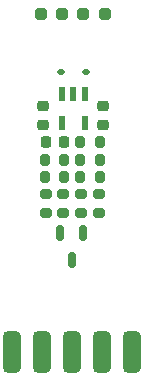
<source format=gbr>
%TF.GenerationSoftware,KiCad,Pcbnew,8.0.1*%
%TF.CreationDate,2024-08-06T23:31:19+08:00*%
%TF.ProjectId,ST-Link-V2.1,53542d4c-696e-46b2-9d56-322e312e6b69,rev?*%
%TF.SameCoordinates,Original*%
%TF.FileFunction,Paste,Bot*%
%TF.FilePolarity,Positive*%
%FSLAX46Y46*%
G04 Gerber Fmt 4.6, Leading zero omitted, Abs format (unit mm)*
G04 Created by KiCad (PCBNEW 8.0.1) date 2024-08-06 23:31:19*
%MOMM*%
%LPD*%
G01*
G04 APERTURE LIST*
G04 Aperture macros list*
%AMRoundRect*
0 Rectangle with rounded corners*
0 $1 Rounding radius*
0 $2 $3 $4 $5 $6 $7 $8 $9 X,Y pos of 4 corners*
0 Add a 4 corners polygon primitive as box body*
4,1,4,$2,$3,$4,$5,$6,$7,$8,$9,$2,$3,0*
0 Add four circle primitives for the rounded corners*
1,1,$1+$1,$2,$3*
1,1,$1+$1,$4,$5*
1,1,$1+$1,$6,$7*
1,1,$1+$1,$8,$9*
0 Add four rect primitives between the rounded corners*
20,1,$1+$1,$2,$3,$4,$5,0*
20,1,$1+$1,$4,$5,$6,$7,0*
20,1,$1+$1,$6,$7,$8,$9,0*
20,1,$1+$1,$8,$9,$2,$3,0*%
G04 Aperture macros list end*
%ADD10RoundRect,0.250000X0.250000X0.250000X-0.250000X0.250000X-0.250000X-0.250000X0.250000X-0.250000X0*%
%ADD11R,0.600000X1.200000*%
%ADD12RoundRect,0.375000X0.375000X1.375000X-0.375000X1.375000X-0.375000X-1.375000X0.375000X-1.375000X0*%
%ADD13RoundRect,0.150000X-0.150000X0.512500X-0.150000X-0.512500X0.150000X-0.512500X0.150000X0.512500X0*%
%ADD14RoundRect,0.200000X0.200000X0.275000X-0.200000X0.275000X-0.200000X-0.275000X0.200000X-0.275000X0*%
%ADD15RoundRect,0.200000X-0.200000X-0.275000X0.200000X-0.275000X0.200000X0.275000X-0.200000X0.275000X0*%
%ADD16RoundRect,0.200000X-0.275000X0.200000X-0.275000X-0.200000X0.275000X-0.200000X0.275000X0.200000X0*%
%ADD17RoundRect,0.200000X0.275000X-0.200000X0.275000X0.200000X-0.275000X0.200000X-0.275000X-0.200000X0*%
%ADD18RoundRect,0.112500X0.187500X0.112500X-0.187500X0.112500X-0.187500X-0.112500X0.187500X-0.112500X0*%
%ADD19RoundRect,0.225000X-0.225000X-0.250000X0.225000X-0.250000X0.225000X0.250000X-0.225000X0.250000X0*%
%ADD20RoundRect,0.225000X0.250000X-0.225000X0.250000X0.225000X-0.250000X0.225000X-0.250000X-0.225000X0*%
G04 APERTURE END LIST*
D10*
%TO.C,J4*%
X61800000Y-38400000D03*
X60000000Y-38400000D03*
X58200000Y-38400000D03*
X56400000Y-38400000D03*
%TD*%
D11*
%TO.C,IC1*%
X58215000Y-45100000D03*
X59165000Y-45100000D03*
X60115000Y-45100000D03*
X60115000Y-47600000D03*
X58215000Y-47600000D03*
%TD*%
D12*
%TO.C,J3*%
X64145000Y-67000000D03*
X61605000Y-67000000D03*
X59065000Y-67000000D03*
X56525000Y-67000000D03*
X53985000Y-67000000D03*
%TD*%
D13*
%TO.C,Q1*%
X58065000Y-56900000D03*
X59965000Y-56900000D03*
X59015000Y-59175000D03*
%TD*%
D14*
%TO.C,R16*%
X56752500Y-50700000D03*
X58402500Y-50700000D03*
%TD*%
%TO.C,R15*%
X59727500Y-50700000D03*
X61377500Y-50700000D03*
%TD*%
D15*
%TO.C,R14*%
X59727500Y-49200000D03*
X61377500Y-49200000D03*
%TD*%
D16*
%TO.C,R13*%
X58315000Y-53600000D03*
X58315000Y-55250000D03*
%TD*%
D17*
%TO.C,R12*%
X59815000Y-55250000D03*
X59815000Y-53600000D03*
%TD*%
%TO.C,R11*%
X61325000Y-55250000D03*
X61325000Y-53600000D03*
%TD*%
D16*
%TO.C,R10*%
X56815000Y-53600000D03*
X56815000Y-55250000D03*
%TD*%
D14*
%TO.C,R9*%
X56752500Y-52200000D03*
X58402500Y-52200000D03*
%TD*%
%TO.C,R8*%
X59727500Y-52200000D03*
X61377500Y-52200000D03*
%TD*%
D18*
%TO.C,D1*%
X60215000Y-43300000D03*
X58115000Y-43300000D03*
%TD*%
D19*
%TO.C,C9*%
X58352500Y-49200000D03*
X56802500Y-49200000D03*
%TD*%
D20*
%TO.C,C8*%
X56615000Y-46175000D03*
X56615000Y-47725000D03*
%TD*%
%TO.C,C7*%
X61690000Y-46175000D03*
X61690000Y-47725000D03*
%TD*%
M02*

</source>
